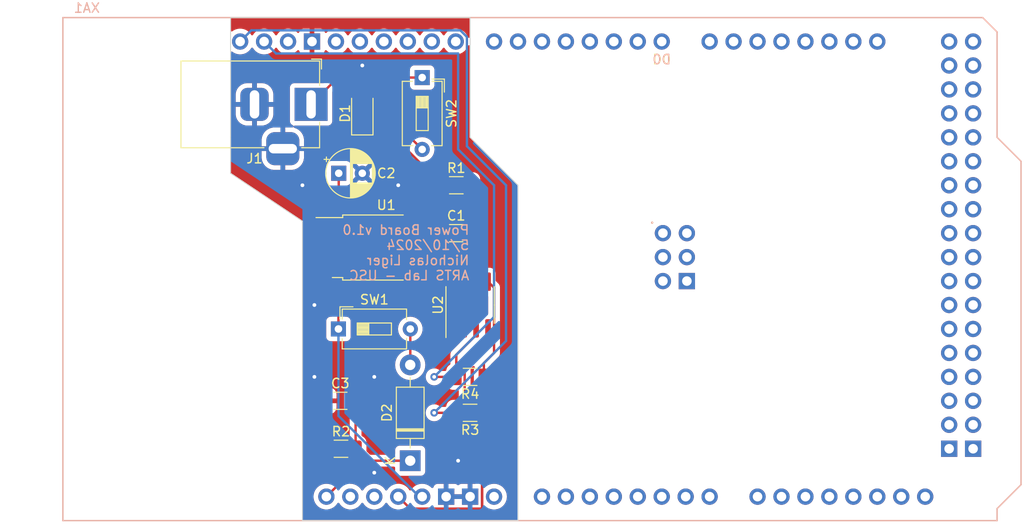
<source format=kicad_pcb>
(kicad_pcb (version 20221018) (generator pcbnew)
  (layers (0 "F.Cu" signal) (31 "B.Cu" signal) (34 "B.Paste" user) (35 "F.Paste" user) (36 "B.SilkS" user "B.Silkscreen") (37 "F.SilkS" user "F.Silkscreen") (38 "B.Mask" user) (39 "F.Mask" user) (44 "Edge.Cuts" user))
  (net 0 "")
  (net 1 "Net-(D1-K)")
  (net 2 "Net-(U1-VI)")
  (net 3 "GND")
  (net 4 "Net-(D2-K)")
  (net 5 "Net-(D1-A)")
  (net 6 "Net-(D2-A)")
  (net 7 "Net-(J1-Pad1)")
  (net 8 "Net-(U2-VS)")
  (net 9 "Net-(U2-SCL)")
  (net 10 "Net-(U1-VO)")
  (net 95 "Net-(U2-SDA)")
  (footprint "Resistor_SMD:R_1206_3216Metric" (layer "F.Cu") (at 142.24 100.33 180)
    (fp_text reference "R3" (at 0 -1.82) (layer "F.SilkS"))
    (fp_text value "4.7k")
    (fp_line (start -0.727064 -0.91) (end 0.727064 -0.91) (stroke (width 0.12)) (layer "F.SilkS"))
    (fp_line (start -0.727064 0.91) (end 0.727064 0.91) (stroke (width 0.12)) (layer "F.SilkS"))
    (pad "1" smd roundrect (at -1.4625 0 180) (size 1.125 1.75) (layers "F.Cu" "F.Paste" "F.Mask") (roundrect_rratio 0.222222) (net 8 "Net-(U2-VS)"))
    (pad "2" smd roundrect (at 1.4625 0 180) (size 1.125 1.75) (layers "F.Cu" "F.Paste" "F.Mask") (roundrect_rratio 0.222222) (net 9 "Net-(U2-SCL)"))
  )
  (footprint "PCM_arduino-library:Arduino_Mega2560_R3_Shield" (layer "F.Cu") (at 99.06 111.76)
    (fp_text reference "XA1" (at 2.54 -54.356) (layer "B.SilkS") (effects (justify mirror)))
    (fp_text value "Arduino_Mega2560_Shield")
    (fp_text user "D0" (at 63.5 -48.895 unlocked) (layer "B.SilkS") (effects (justify mirror)))
    (fp_text user "." (at 62.484 -32.004) (layer "B.SilkS"))
    (fp_text user "." (at 62.484 -32.004) (layer "F.SilkS"))
    (fp_text user "D0" (at 63.5 -48.895 unlocked) (layer "F.SilkS"))
    (fp_line (start 0 -53.34) (end 0 0) (stroke (width 0.15)) (layer "B.SilkS"))
    (fp_line (start 0 -53.34) (end 97.536 -53.34) (stroke (width 0.15)) (layer "B.SilkS"))
    (fp_line (start 0 0) (end 99.06 0) (stroke (width 0.15)) (layer "B.SilkS"))
    (fp_line (start 97.536 -53.34) (end 99.06 -51.816) (stroke (width 0.15)) (layer "B.SilkS"))
    (fp_line (start 99.06 -40.64) (end 99.06 -51.816) (stroke (width 0.15)) (layer "B.SilkS"))
    (fp_line (start 99.06 -1.27) (end 101.6 -3.81) (stroke (width 0.15)) (layer "B.SilkS"))
    (fp_line (start 99.06 0) (end 99.06 -1.27) (stroke (width 0.15)) (layer "B.SilkS"))
    (fp_line (start 101.6 -38.1) (end 99.06 -40.64) (stroke (width 0.15)) (layer "B.SilkS"))
    (fp_line (start 101.6 -3.81) (end 101.6 -38.1) (stroke (width 0.15)) (layer "B.SilkS"))
    (pad "" np_thru_hole circle (at 13.97 -2.54) (size 3.2 3.2) (drill 3.2) (layers "*.Cu" "*.Mask"))
    (pad "" np_thru_hole circle (at 15.24 -50.8) (size 3.2 3.2) (drill 3.2) (layers "*.Cu" "*.Mask"))
    (pad "" np_thru_hole circle (at 66.04 -35.56) (size 3.2 3.2) (drill 3.2) (layers "*.Cu" "*.Mask"))
    (pad "" np_thru_hole circle (at 66.04 -7.62) (size 3.2 3.2) (drill 3.2) (layers "*.Cu" "*.Mask"))
    (pad "" np_thru_hole circle (at 90.17 -50.8) (size 3.2 3.2) (drill 3.2) (layers "*.Cu" "*.Mask"))
    (pad "" np_thru_hole circle (at 96.52 -2.54) (size 3.2 3.2) (drill 3.2) (layers "*.Cu" "*.Mask"))
    (pad "3V3" thru_hole oval (at 35.56 -2.54) (size 1.7272 1.7272) (drill 1.016) (layers "*.Cu" "*.Mask") (net 8 "Net-(U2-VS)"))
    (pad "5V1" thru_hole oval (at 38.1 -2.54) (size 1.7272 1.7272) (drill 1.016) (layers "*.Cu" "*.Mask") (net 10 "Net-(U1-VO)"))
    (pad "5V2" thru_hole oval (at 66.167 -30.48) (size 1.7272 1.7272) (drill 1.016) (layers "*.Cu" "*.Mask"))
    (pad "5V3" thru_hole oval (at 93.98 -50.8) (size 1.7272 1.7272) (drill 1.016) (layers "*.Cu" "*.Mask"))
    (pad "5V4" thru_hole oval (at 96.52 -50.8) (size 1.7272 1.7272) (drill 1.016) (layers "*.Cu" "*.Mask"))
    (pad "A0" thru_hole oval (at 50.8 -2.54) (size 1.7272 1.7272) (drill 1.016) (layers "*.Cu" "*.Mask"))
    (pad "A1" thru_hole oval (at 53.34 -2.54) (size 1.7272 1.7272) (drill 1.016) (layers "*.Cu" "*.Mask"))
    (pad "A2" thru_hole oval (at 55.88 -2.54) (size 1.7272 1.7272) (drill 1.016) (layers "*.Cu" "*.Mask"))
    (pad "A3" thru_hole oval (at 58.42 -2.54) (size 1.7272 1.7272) (drill 1.016) (layers "*.Cu" "*.Mask"))
    (pad "A4" thru_hole oval (at 60.96 -2.54) (size 1.7272 1.7272) (drill 1.016) (layers "*.Cu" "*.Mask"))
    (pad "A5" thru_hole oval (at 63.5 -2.54) (size 1.7272 1.7272) (drill 1.016) (layers "*.Cu" "*.Mask"))
    (pad "A6" thru_hole oval (at 66.04 -2.54) (size 1.7272 1.7272) (drill 1.016) (layers "*.Cu" "*.Mask"))
    (pad "A7" thru_hole oval (at 68.58 -2.54) (size 1.7272 1.7272) (drill 1.016) (layers "*.Cu" "*.Mask"))
    (pad "A8" thru_hole oval (at 73.66 -2.54) (size 1.7272 1.7272) (drill 1.016) (layers "*.Cu" "*.Mask"))
    (pad "A9" thru_hole oval (at 76.2 -2.54) (size 1.7272 1.7272) (drill 1.016) (layers "*.Cu" "*.Mask"))
    (pad "A10" thru_hole oval (at 78.74 -2.54) (size 1.7272 1.7272) (drill 1.016) (layers "*.Cu" "*.Mask"))
    (pad "A11" thru_hole oval (at 81.28 -2.54) (size 1.7272 1.7272) (drill 1.016) (layers "*.Cu" "*.Mask"))
    (pad "A12" thru_hole oval (at 83.82 -2.54) (size 1.7272 1.7272) (drill 1.016) (layers "*.Cu" "*.Mask"))
    (pad "A13" thru_hole oval (at 86.36 -2.54) (size 1.7272 1.7272) (drill 1.016) (layers "*.Cu" "*.Mask"))
    (pad "A14" thru_hole oval (at 88.9 -2.54) (size 1.7272 1.7272) (drill 1.016) (layers "*.Cu" "*.Mask"))
    (pad "A15" thru_hole oval (at 91.44 -2.54) (size 1.7272 1.7272) (drill 1.016) (layers "*.Cu" "*.Mask"))
    (pad "AREF" thru_hole oval (at 23.876 -50.8) (size 1.7272 1.7272) (drill 1.016) (layers "*.Cu" "*.Mask"))
    (pad "D0" thru_hole oval (at 63.5 -50.8) (size 1.7272 1.7272) (drill 1.016) (layers "*.Cu" "*.Mask"))
    (pad "D1" thru_hole oval (at 60.96 -50.8) (size 1.7272 1.7272) (drill 1.016) (layers "*.Cu" "*.Mask"))
    (pad "D2" thru_hole oval (at 58.42 -50.8) (size 1.7272 1.7272) (drill 1.016) (layers "*.Cu" "*.Mask"))
    (pad "D3" thru_hole oval (at 55.88 -50.8) (size 1.7272 1.7272) (drill 1.016) (layers "*.Cu" "*.Mask"))
    (pad "D4" thru_hole oval (at 53.34 -50.8) (size 1.7272 1.7272) (drill 1.016) (layers "*.Cu" "*.Mask"))
    (pad "D5" thru_hole oval (at 50.8 -50.8) (size 1.7272 1.7272) (drill 1.016) (layers "*.Cu" "*.Mask"))
    (pad "D6" thru_hole oval (at 48.26 -50.8) (size 1.7272 1.7272) (drill 1.016) (layers "*.Cu" "*.Mask"))
    (pad "D7" thru_hole oval (at 45.72 -50.8) (size 1.7272 1.7272) (drill 1.016) (layers "*.Cu" "*.Mask"))
    (pad "D8" thru_hole oval (at 41.656 -50.8) (size 1.7272 1.7272) (drill 1.016) (layers "*.Cu" "*.Mask"))
    (pad "D9" thru_hole oval (at 39.116 -50.8) (size 1.7272 1.7272) (drill 1.016) (layers "*.Cu" "*.Mask"))
    (pad "D10" thru_hole oval (at 36.576 -50.8) (size 1.7272 1.7272) (drill 1.016) (layers "*.Cu" "*.Mask"))
    (pad "D11" thru_hole oval (at 34.036 -50.8) (size 1.7272 1.7272) (drill 1.016) (layers "*.Cu" "*.Mask"))
    (pad "D12" thru_hole oval (at 31.496 -50.8) (size 1.7272 1.7272) (drill 1.016) (layers "*.Cu" "*.Mask"))
    (pad "D13" thru_hole oval (at 28.956 -50.8) (size 1.7272 1.7272) (drill 1.016) (layers "*.Cu" "*.Mask"))
    (pad "D14" thru_hole oval (at 68.58 -50.8) (size 1.7272 1.7272) (drill 1.016) (layers "*.Cu" "*.Mask"))
    (pad "D15" thru_hole oval (at 71.12 -50.8) (size 1.7272 1.7272) (drill 1.016) (layers "*.Cu" "*.Mask"))
    (pad "D16" thru_hole oval (at 73.66 -50.8) (size 1.7272 1.7272) (drill 1.016) (layers "*.Cu" "*.Mask"))
    (pad "D17" thru_hole oval (at 76.2 -50.8) (size 1.7272 1.7272) (drill 1.016) (layers "*.Cu" "*.Mask"))
    (pad "D18" thru_hole oval (at 78.74 -50.8) (size 1.7272 1.7272) (drill 1.016) (layers "*.Cu" "*.Mask"))
    (pad "D19" thru_hole oval (at 81.28 -50.8) (size 1.7272 1.7272) (drill 1.016) (layers "*.Cu" "*.Mask"))
    (pad "D20" thru_hole oval (at 83.82 -50.8) (size 1.7272 1.7272) (drill 1.016) (layers "*.Cu" "*.Mask"))
    (pad "D21" thru_hole oval (at 86.36 -50.8) (size 1.7272 1.7272) (drill 1.016) (layers "*.Cu" "*.Mask"))
    (pad "D22" thru_hole oval (at 93.98 -48.26) (size 1.7272 1.7272) (drill 1.016) (layers "*.Cu" "*.Mask"))
    (pad "D23" thru_hole oval (at 96.52 -48.26) (size 1.7272 1.7272) (drill 1.016) (layers "*.Cu" "*.Mask"))
    (pad "D24" thru_hole oval (at 93.98 -45.72) (size 1.7272 1.7272) (drill 1.016) (layers "*.Cu" "*.Mask"))
    (pad "D25" thru_hole oval (at 96.52 -45.72) (size 1.7272 1.7272) (drill 1.016) (layers "*.Cu" "*.Mask"))
    (pad "D26" thru_hole oval (at 93.98 -43.18) (size 1.7272 1.7272) (drill 1.016) (layers "*.Cu" "*.Mask"))
    (pad "D27" thru_hole oval (at 96.52 -43.18) (size 1.7272 1.7272) (drill 1.016) (layers "*.Cu" "*.Mask"))
    (pad "D28" thru_hole oval (at 93.98 -40.64) (size 1.7272 1.7272) (drill 1.016) (layers "*.Cu" "*.Mask"))
    (pad "D29" thru_hole oval (at 96.52 -40.64) (size 1.7272 1.7272) (drill 1.016) (layers "*.Cu" "*.Mask"))
    (pad "D30" thru_hole oval (at 93.98 -38.1) (size 1.7272 1.7272) (drill 1.016) (layers "*.Cu" "*.Mask"))
    (pad "D31" thru_hole oval (at 96.52 -38.1) (size 1.7272 1.7272) (drill 1.016) (layers "*.Cu" "*.Mask"))
    (pad "D32" thru_hole oval (at 93.98 -35.56) (size 1.7272 1.7272) (drill 1.016) (layers "*.Cu" "*.Mask"))
    (pad "D33" thru_hole oval (at 96.52 -35.56) (size 1.7272 1.7272) (drill 1.016) (layers "*.Cu" "*.Mask"))
    (pad "D34" thru_hole oval (at 93.98 -33.02) (size 1.7272 1.7272) (drill 1.016) (layers "*.Cu" "*.Mask"))
    (pad "D35" thru_hole oval (at 96.52 -33.02) (size 1.7272 1.7272) (drill 1.016) (layers "*.Cu" "*.Mask"))
    (pad "D36" thru_hole oval (at 93.98 -30.48) (size 1.7272 1.7272) (drill 1.016) (layers "*.Cu" "*.Mask"))
    (pad "D37" thru_hole oval (at 96.52 -30.48) (size 1.7272 1.7272) (drill 1.016) (layers "*.Cu" "*.Mask"))
    (pad "D38" thru_hole oval (at 93.98 -27.94) (size 1.7272 1.7272) (drill 1.016) (layers "*.Cu" "*.Mask"))
    (pad "D39" thru_hole oval (at 96.52 -27.94) (size 1.7272 1.7272) (drill 1.016) (layers "*.Cu" "*.Mask"))
    (pad "D40" thru_hole oval (at 93.98 -25.4) (size 1.7272 1.7272) (drill 1.016) (layers "*.Cu" "*.Mask"))
    (pad "D41" thru_hole oval (at 96.52 -25.4) (size 1.7272 1.7272) (drill 1.016) (layers "*.Cu" "*.Mask"))
    (pad "D42" thru_hole oval (at 93.98 -22.86) (size 1.7272 1.7272) (drill 1.016) (layers "*.Cu" "*.Mask"))
    (pad "D43" thru_hole oval (at 96.52 -22.86) (size 1.7272 1.7272) (drill 1.016) (layers "*.Cu" "*.Mask"))
    (pad "D44" thru_hole oval (at 93.98 -20.32) (size 1.7272 1.7272) (drill 1.016) (layers "*.Cu" "*.Mask"))
    (pad "D45" thru_hole oval (at 96.52 -20.32) (size 1.7272 1.7272) (drill 1.016) (layers "*.Cu" "*.Mask"))
    (pad "D46" thru_hole oval (at 93.98 -17.78) (size 1.7272 1.7272) (drill 1.016) (layers "*.Cu" "*.Mask"))
    (pad "D47" thru_hole oval (at 96.52 -17.78) (size 1.7272 1.7272) (drill 1.016) (layers "*.Cu" "*.Mask"))
    (pad "D48" thru_hole oval (at 93.98 -15.24) (size 1.7272 1.7272) (drill 1.016) (layers "*.Cu" "*.Mask"))
    (pad "D49" thru_hole oval (at 96.52 -15.24) (size 1.7272 1.7272) (drill 1.016) (layers "*.Cu" "*.Mask"))
    (pad "D50" thru_hole oval (at 93.98 -12.7) (size 1.7272 1.7272) (drill 1.016) (layers "*.Cu" "*.Mask"))
    (pad "D51" thru_hole oval (at 96.52 -12.7) (size 1.7272 1.7272) (drill 1.016) (layers "*.Cu" "*.Mask"))
    (pad "D52" thru_hole oval (at 93.98 -10.16) (size 1.7272 1.7272) (drill 1.016) (layers "*.Cu" "*.Mask"))
    (pad "D53" thru_hole oval (at 96.52 -10.16) (size 1.7272 1.7272) (drill 1.016) (layers "*.Cu" "*.Mask"))
    (pad "GND1" thru_hole rect (at 26.416 -50.8) (size 1.7272 1.7272) (drill 1.016) (layers "*.Cu" "*.Mask") (net 3 "GND"))
    (pad "GND2" thru_hole rect (at 40.64 -2.54) (size 1.7272 1.7272) (drill 1.016) (layers "*.Cu" "*.Mask") (net 3 "GND"))
    (pad "GND3" thru_hole rect (at 43.18 -2.54) (size 1.7272 1.7272) (drill 1.016) (layers "*.Cu" "*.Mask") (net 3 "GND"))
    (pad "GND4" thru_hole rect (at 66.167 -25.4) (size 1.7272 1.7272) (drill 1.016) (layers "*.Cu" "*.Mask"))
    (pad "GND5" thru_hole rect (at 93.98 -7.62) (size 1.7272 1.7272) (drill 1.016) (layers "*.Cu" "*.Mask") (net 3 "GND"))
    (pad "GND6" thru_hole rect (at 96.52 -7.62) (size 1.7272 1.7272) (drill 1.016) (layers "*.Cu" "*.Mask") (net 3 "GND"))
    (pad "IORF" thru_hole oval (at 30.48 -2.54) (size 1.7272 1.7272) (drill 1.016) (layers "*.Cu" "*.Mask"))
    (pad "MISO" thru_hole oval (at 63.627 -30.48) (size 1.7272 1.7272) (drill 1.016) (layers "*.Cu" "*.Mask"))
    (pad "MOSI" thru_hole oval (at 66.167 -27.94) (size 1.7272 1.7272) (drill 1.016) (layers "*.Cu" "*.Mask"))
    (pad "RST1" thru_hole oval (at 33.02 -2.54) (size 1.7272 1.7272) (drill 1.016) (layers "*.Cu" "*.Mask"))
    (pad "RST2" thru_hole oval (at 63.627 -25.4) (size 1.7272 1.7272) (drill 1.016) (layers "*.Cu" "*.Mask"))
    (pad "SCK" thru_hole oval (at 63.627 -27.94) (size 1.7272 1.7272) (drill 1.016) (layers "*.Cu" "*.Mask"))
    (pad "SCL" thru_hole oval (at 18.796 -50.8) (size 1.7272 1.7272) (drill 1.016) (layers "*.Cu" "*.Mask") (net 9 "Net-(U2-SCL)"))
    (pad "SDA" thru_hole oval (at 21.336 -50.8) (size 1.7272 1.7272) (drill 1.016) (layers "*.Cu" "*.Mask") (net 95 "Net-(U2-SDA)"))
    (pad "VBAT" thru_hole oval (at 27.94 -2.54) (size 1.7272 1.7272) (drill 1.016) (layers "*.Cu" "*.Mask") (net 4 "Net-(D2-K)"))
    (pad "VIN" thru_hole oval (at 45.72 -2.54) (size 1.7272 1.7272) (drill 1.016) (layers "*.Cu" "*.Mask"))
  )
  (footprint "Resistor_SMD:R_1206_3216Metric" (layer "F.Cu") (at 142.24 96.52 180)
    (fp_text reference "R4" (at 0 -1.82) (layer "F.SilkS"))
    (fp_text value "4.7k")
    (fp_line (start -0.727064 -0.91) (end 0.727064 -0.91) (stroke (width 0.12)) (layer "F.SilkS"))
    (fp_line (start -0.727064 0.91) (end 0.727064 0.91) (stroke (width 0.12)) (layer "F.SilkS"))
    (pad "1" smd roundrect (at -1.4625 0 180) (size 1.125 1.75) (layers "F.Cu" "F.Paste" "F.Mask") (roundrect_rratio 0.222222) (net 8 "Net-(U2-VS)"))
    (pad "2" smd roundrect (at 1.4625 0 180) (size 1.125 1.75) (layers "F.Cu" "F.Paste" "F.Mask") (roundrect_rratio 0.222222) (net 95 "Net-(U2-SDA)"))
  )
  (footprint "Button_Switch_THT:SW_DIP_SPSTx01_Slide_6.7x4.1mm_W7.62mm_P2.54mm_LowProfile" (layer "F.Cu") (at 128.28 91.44)
    (fp_text reference "SW1" (at 3.81 -3.11) (layer "F.SilkS"))
    (fp_text value "SW_DIP_x01")
    (fp_line (start 0.16 -2.35) (end 0.16 -1.04) (stroke (width 0.12)) (layer "F.SilkS"))
    (fp_line (start 0.16 -2.35) (end 1.543 -2.35) (stroke (width 0.12)) (layer "F.SilkS"))
    (fp_line (start 0.4 -2.11) (end 0.4 -1.04) (stroke (width 0.12)) (layer "F.SilkS"))
    (fp_line (start 0.4 -2.11) (end 7.221 -2.11) (stroke (width 0.12)) (layer "F.SilkS"))
    (fp_line (start 0.4 1.04) (end 0.4 2.11) (stroke (width 0.12)) (layer "F.SilkS"))
    (fp_line (start 0.4 2.11) (end 7.221 2.11) (stroke (width 0.12)) (layer "F.SilkS"))
    (fp_line (start 2 -0.635) (end 2 0.635) (stroke (width 0.12)) (layer "F.SilkS"))
    (fp_line (start 2 -0.515) (end 3.206667 -0.515) (stroke (width 0.12)) (layer "F.SilkS"))
    (fp_line (start 2 -0.395) (end 3.206667 -0.395) (stroke (width 0.12)) (layer "F.SilkS"))
    (fp_line (start 2 -0.275) (end 3.206667 -0.275) (stroke (width 0.12)) (layer "F.SilkS"))
    (fp_line (start 2 -0.155) (end 3.206667 -0.155) (stroke (width 0.12)) (layer "F.SilkS"))
    (fp_line (start 2 -0.035) (end 3.206667 -0.035) (stroke (width 0.12)) (layer "F.SilkS"))
    (fp_line (start 2 0.085) (end 3.206667 0.085) (stroke (width 0.12)) (layer "F.SilkS"))
    (fp_line (start 2 0.205) (end 3.206667 0.205) (stroke (width 0.12)) (layer "F.SilkS"))
    (fp_line (start 2 0.325) (end 3.206667 0.325) (stroke (width 0.12)) (layer "F.SilkS"))
    (fp_line (start 2 0.445) (end 3.206667 0.445) (stroke (width 0.12)) (layer "F.SilkS"))
    (fp_line (start 2 0.565) (end 3.206667 0.565) (stroke (width 0.12)) (layer "F.SilkS"))
    (fp_line (start 2 0.635) (end 5.62 0.635) (stroke (width 0.12)) (layer "F.SilkS"))
    (fp_line (start 3.206667 -0.635) (end 3.206667 0.635) (stroke (width 0.12)) (layer "F.SilkS"))
    (fp_line (start 5.62 -0.635) (end 2 -0.635) (stroke (width 0.12)) (layer "F.SilkS"))
    (fp_line (start 5.62 0.635) (end 5.62 -0.635) (stroke (width 0.12)) (layer "F.SilkS"))
    (fp_line (start 7.221 -2.11) (end 7.221 -0.99) (stroke (width 0.12)) (layer "F.SilkS"))
    (fp_line (start 7.221 0.99) (end 7.221 2.11) (stroke (width 0.12)) (layer "F.SilkS"))
    (pad "1" thru_hole rect (at 0 0) (size 1.6 1.6) (drill 0.8) (layers "*.Cu" "*.Mask") (net 10 "Net-(U1-VO)"))
    (pad "2" thru_hole oval (at 7.62 0) (size 1.6 1.6) (drill 0.8) (layers "*.Cu" "*.Mask") (net 6 "Net-(D2-A)"))
  )
  (footprint "Package_TO_SOT_SMD:TO-252-2" (layer "F.Cu") (at 132.04 82.805)
    (fp_text reference "U1" (at 1.31 -4.5) (layer "F.SilkS"))
    (fp_text value "LF15_TO252")
    (fp_line (start -3.31 -3.45) (end -3.31 -3.18) (stroke (width 0.12)) (layer "F.SilkS"))
    (fp_line (start -3.31 -3.18) (end -6.14 -3.18) (stroke (width 0.12)) (layer "F.SilkS"))
    (fp_line (start -3.31 3.18) (end -4.41 3.18) (stroke (width 0.12)) (layer "F.SilkS"))
    (fp_line (start -3.31 3.45) (end -3.31 3.18) (stroke (width 0.12)) (layer "F.SilkS"))
    (fp_line (start 3.11 -3.45) (end -3.31 -3.45) (stroke (width 0.12)) (layer "F.SilkS"))
    (fp_line (start 3.11 3.45) (end -3.31 3.45) (stroke (width 0.12)) (layer "F.SilkS"))
    (pad "1" smd roundrect (at -5.04 -2.28) (size 2.2 1.2) (layers "F.Cu" "F.Paste" "F.Mask") (roundrect_rratio 0.208333) (net 2 "Net-(U1-VI)"))
    (pad "2" smd roundrect (at -0.415 -1.525) (size 3.05 2.75) (layers "F.Cu" "F.Paste") (roundrect_rratio 0.090909) (net 3 "GND"))
    (pad "2" smd roundrect (at -0.415 1.525) (size 3.05 2.75) (layers "F.Cu" "F.Paste") (roundrect_rratio 0.090909) (net 3 "GND"))
    (pad "2" smd roundrect (at 1.26 0) (size 6.4 5.8) (layers "F.Cu" "F.Mask") (roundrect_rratio 0.043103) (net 3 "GND"))
    (pad "2" smd roundrect (at 2.935 -1.525) (size 3.05 2.75) (layers "F.Cu" "F.Paste") (roundrect_rratio 0.090909) (net 3 "GND"))
    (pad "2" smd roundrect (at 2.935 1.525) (size 3.05 2.75) (layers "F.Cu" "F.Paste") (roundrect_rratio 0.090909) (net 3 "GND"))
    (pad "3" smd roundrect (at -5.04 2.28) (size 2.2 1.2) (layers "F.Cu" "F.Paste" "F.Mask") (roundrect_rratio 0.208333) (net 10 "Net-(U1-VO)"))
  )
  (footprint "Package_SO:SOIC-8_3.9x4.9mm_P1.27mm" (layer "F.Cu") (at 142.24 88.9 90)
    (fp_text reference "U2" (at 0 -3.4 90) (layer "F.SilkS"))
    (fp_text value "INA219A")
    (fp_line (start 0 -2.56) (end -3.45 -2.56) (stroke (width 0.12)) (layer "F.SilkS"))
    (fp_line (start 0 -2.56) (end 1.95 -2.56) (stroke (width 0.12)) (layer "F.SilkS"))
    (fp_line (start 0 2.56) (end -1.95 2.56) (stroke (width 0.12)) (layer "F.SilkS"))
    (fp_line (start 0 2.56) (end 1.95 2.56) (stroke (width 0.12)) (layer "F.SilkS"))
    (pad "1" smd roundrect (at -2.475 -1.905 90) (size 1.95 0.6) (layers "F.Cu" "F.Paste" "F.Mask"))
    (pad "2" smd roundrect (at -2.475 -0.635 90) (size 1.95 0.6) (layers "F.Cu" "F.Paste" "F.Mask"))
    (pad "3" smd roundrect (at -2.475 0.635 90) (size 1.95 0.6) (layers "F.Cu" "F.Paste" "F.Mask") (net 95 "Net-(U2-SDA)"))
    (pad "4" smd roundrect (at -2.475 1.905 90) (size 1.95 0.6) (layers "F.Cu" "F.Paste" "F.Mask") (net 9 "Net-(U2-SCL)"))
    (pad "5" smd roundrect (at 2.475 1.905 90) (size 1.95 0.6) (layers "F.Cu" "F.Paste" "F.Mask") (net 8 "Net-(U2-VS)"))
    (pad "6" smd roundrect (at 2.475 0.635 90) (size 1.95 0.6) (layers "F.Cu" "F.Paste" "F.Mask") (net 3 "GND"))
    (pad "7" smd roundrect (at 2.475 -0.635 90) (size 1.95 0.6) (layers "F.Cu" "F.Paste" "F.Mask") (net 2 "Net-(U1-VI)"))
    (pad "8" smd roundrect (at 2.475 -1.905 90) (size 1.95 0.6) (layers "F.Cu" "F.Paste" "F.Mask") (net 1 "Net-(D1-K)"))
  )
  (footprint "Capacitor_SMD:C_1206_3216Metric" (layer "F.Cu") (at 140.765 81.28)
    (fp_text reference "C1" (at 0 -1.85) (layer "F.SilkS"))
    (fp_text value "0.1 μF")
    (fp_line (start -0.711252 -0.91) (end 0.711252 -0.91) (stroke (width 0.12)) (layer "F.SilkS"))
    (fp_line (start -0.711252 0.91) (end 0.711252 0.91) (stroke (width 0.12)) (layer "F.SilkS"))
    (pad "1" smd roundrect (at -1.475 0) (size 1.15 1.8) (layers "F.Cu" "F.Paste" "F.Mask") (roundrect_rratio 0.217391) (net 1 "Net-(D1-K)"))
    (pad "2" smd roundrect (at 1.475 0) (size 1.15 1.8) (layers "F.Cu" "F.Paste" "F.Mask") (roundrect_rratio 0.217391) (net 2 "Net-(U1-VI)"))
  )
  (footprint "Capacitor_SMD:C_1206_3216Metric" (layer "F.Cu") (at 128.475 99.06)
    (fp_text reference "C3" (at 0 -1.85) (layer "F.SilkS"))
    (fp_text value "22 μF")
    (fp_line (start -0.711252 -0.91) (end 0.711252 -0.91) (stroke (width 0.12)) (layer "F.SilkS"))
    (fp_line (start -0.711252 0.91) (end 0.711252 0.91) (stroke (width 0.12)) (layer "F.SilkS"))
    (pad "1" smd roundrect (at -1.475 0) (size 1.15 1.8) (layers "F.Cu" "F.Paste" "F.Mask") (roundrect_rratio 0.217391) (net 3 "GND"))
    (pad "2" smd roundrect (at 1.475 0) (size 1.15 1.8) (layers "F.Cu" "F.Paste" "F.Mask") (roundrect_rratio 0.217391) (net 4 "Net-(D2-K)"))
  )
  (footprint "Diode_SMD:D_1206_3216Metric" (layer "F.Cu") (at 130.81 68.58 90)
    (fp_text reference "D1" (at 0 -1.82 90) (layer "F.SilkS"))
    (fp_text value "16-7")
    (fp_line (start -2.285 -1.135) (end -2.285 1.135) (stroke (width 0.12)) (layer "F.SilkS"))
    (fp_line (start -2.285 1.135) (end 1.6 1.135) (stroke (width 0.12)) (layer "F.SilkS"))
    (fp_line (start 1.6 -1.135) (end -2.285 -1.135) (stroke (width 0.12)) (layer "F.SilkS"))
    (pad "1" smd roundrect (at -1.4 0 90) (size 1.25 1.75) (layers "F.Cu" "F.Paste" "F.Mask") (roundrect_rratio 0.2) (net 1 "Net-(D1-K)"))
    (pad "2" smd roundrect (at 1.4 0 90) (size 1.25 1.75) (layers "F.Cu" "F.Paste" "F.Mask") (roundrect_rratio 0.2) (net 5 "Net-(D1-A)"))
  )
  (footprint "Connector_BarrelJack:BarrelJack_Horizontal" (layer "F.Cu") (at 125.38 67.6225)
    (fp_text reference "J1" (at -6 5.75) (layer "F.SilkS"))
    (fp_text value "Barrel_Jack")
    (fp_line (start -13.8 -4.6) (end 0.9 -4.6) (stroke (width 0.12)) (layer "F.SilkS"))
    (fp_line (start -13.8 4.6) (end -13.8 -4.6) (stroke (width 0.12)) (layer "F.SilkS"))
    (fp_line (start -5 4.6) (end -13.8 4.6) (stroke (width 0.12)) (layer "F.SilkS"))
    (fp_line (start 0.05 -4.8) (end 1.1 -4.8) (stroke (width 0.12)) (layer "F.SilkS"))
    (fp_line (start 0.9 -4.6) (end 0.9 -2) (stroke (width 0.12)) (layer "F.SilkS"))
    (fp_line (start 0.9 1.9) (end 0.9 4.6) (stroke (width 0.12)) (layer "F.SilkS"))
    (fp_line (start 0.9 4.6) (end -1 4.6) (stroke (width 0.12)) (layer "F.SilkS"))
    (fp_line (start 1.1 -3.75) (end 1.1 -4.8) (stroke (width 0.12)) (layer "F.SilkS"))
    (pad "1" thru_hole rect (at 0 0) (size 3.5 3.5) (drill oval 1 3) (layers "*.Cu" "*.Mask") (net 7 "Net-(J1-Pad1)"))
    (pad "2" thru_hole roundrect (at -6 0) (size 3 3.5) (drill oval 1 3) (layers "*.Cu" "*.Mask") (net 3 "GND"))
    (pad "3" thru_hole roundrect (at -3 4.7) (size 3.5 3.5) (drill oval 3 1) (layers "*.Cu" "*.Mask") (net 3 "GND"))
  )
  (footprint "Button_Switch_THT:SW_DIP_SPSTx01_Slide_6.7x4.1mm_W7.62mm_P2.54mm_LowProfile" (layer "F.Cu") (at 137.16 64.78 -90)
    (fp_text reference "SW2" (at 3.81 -3.11 90) (layer "F.SilkS"))
    (fp_text value "SW_DIP_x01")
    (fp_line (start 0.16 -2.35) (end 0.16 -1.04) (stroke (width 0.12)) (layer "F.SilkS"))
    (fp_line (start 0.16 -2.35) (end 1.543 -2.35) (stroke (width 0.12)) (layer "F.SilkS"))
    (fp_line (start 0.4 -2.11) (end 0.4 -1.04) (stroke (width 0.12)) (layer "F.SilkS"))
    (fp_line (start 0.4 -2.11) (end 7.221 -2.11) (stroke (width 0.12)) (layer "F.SilkS"))
    (fp_line (start 0.4 1.04) (end 0.4 2.11) (stroke (width 0.12)) (layer "F.SilkS"))
    (fp_line (start 0.4 2.11) (end 7.221 2.11) (stroke (width 0.12)) (layer "F.SilkS"))
    (fp_line (start 2 -0.635) (end 2 0.635) (stroke (width 0.12)) (layer "F.SilkS"))
    (fp_line (start 2 -0.515) (end 3.206667 -0.515) (stroke (width 0.12)) (layer "F.SilkS"))
    (fp_line (start 2 -0.395) (end 3.206667 -0.395) (stroke (width 0.12)) (layer "F.SilkS"))
    (fp_line (start 2 -0.275) (end 3.206667 -0.275) (stroke (width 0.12)) (layer "F.SilkS"))
    (fp_line (start 2 -0.155) (end 3.206667 -0.155) (stroke (width 0.12)) (layer "F.SilkS"))
    (fp_line (start 2 -0.035) (end 3.206667 -0.035) (stroke (width 0.12)) (layer "F.SilkS"))
    (fp_line (start 2 0.085) (end 3.206667 0.085) (stroke (width 0.12)) (layer "F.SilkS"))
    (fp_line (start 2 0.205) (end 3.206667 0.205) (stroke (width 0.12)) (layer "F.SilkS"))
    (fp_line (start 2 0.325) (end 3.206667 0.325) (stroke (width 0.12)) (layer "F.SilkS"))
    (fp_line (start 2 0.445) (end 3.206667 0.445) (stroke (width 0.12)) (layer "F.SilkS"))
    (fp_line (start 2 0.565) (end 3.206667 0.565) (stroke (width 0.12)) (layer "F.SilkS"))
    (fp_line (start 2 0.635) (end 5.62 0.635) (stroke (width 0.12)) (layer "F.SilkS"))
    (fp_line (start 3.206667 -0.635) (end 3.206667 0.635) (stroke (width 0.12)) (layer "F.SilkS"))
    (fp_line (start 5.62 -0.635) (end 2 -0.635) (stroke (width 0.12)) (layer "F.SilkS"))
    (fp_line (start 5.62 0.635) (end 5.62 -0.635) (stroke (width 0.12)) (layer "F.SilkS"))
    (fp_line (start 7.221 -2.11) (end 7.221 -0.99) (stroke (width 0.12)) (layer "F.SilkS"))
    (fp_line (start 7.221 0.99) (end 7.221 2.11) (stroke (width 0.12)) (layer "F.SilkS"))
    (pad "1" thru_hole rect (at 0 0 270) (size 1.6 1.6) (drill 0.8) (layers "*.Cu" "*.Mask") (net 7 "Net-(J1-Pad1)"))
    (pad "2" thru_hole oval (at 7.62 0 270) (size 1.6 1.6) (drill 0.8) (layers "*.Cu" "*.Mask") (net 5 "Net-(D1-A)"))
  )
  (footprint "Resistor_SMD:R_1206_3216Metric_Pad1.30x1.75mm_HandSolder" (layer "F.Cu") (at 128.55 104.14)
    (fp_text reference "R2" (at 0 -1.82) (layer "F.SilkS"))
    (fp_text value "510")
    (fp_line (start -0.727064 -0.91) (end 0.727064 -0.91) (stroke (width 0.12)) (layer "F.SilkS"))
    (fp_line (start -0.727064 0.91) (end 0.727064 0.91) (stroke (width 0.12)) (layer "F.SilkS"))
    (pad "1" smd roundrect (at -1.55 0) (size 1.3 1.75) (layers "F.Cu" "F.Paste" "F.Mask") (roundrect_rratio 0.192308) (net 3 "GND"))
    (pad "2" smd roundrect (at 1.55 0) (size 1.3 1.75) (layers "F.Cu" "F.Paste" "F.Mask") (roundrect_rratio 0.192308) (net 4 "Net-(D2-K)"))
  )
  (footprint "Capacitor_THT:CP_Radial_D5.0mm_P2.50mm" (layer "F.Cu") (at 128.31 74.93)
    (fp_text reference "C2" (at 5.04 0) (layer "F.SilkS"))
    (fp_text value "C")
    (fp_line (start -1.554775 -1.475) (end -1.054775 -1.475) (stroke (width 0.12)) (layer "F.SilkS"))
    (fp_line (start -1.304775 -1.725) (end -1.304775 -1.225) (stroke (width 0.12)) (layer "F.SilkS"))
    (fp_line (start 1.25 -2.58) (end 1.25 2.58) (stroke (width 0.12)) (layer "F.SilkS"))
    (fp_line (start 1.29 -2.58) (end 1.29 2.58) (stroke (width 0.12)) (layer "F.SilkS"))
    (fp_line (start 1.33 -2.579) (end 1.33 2.579) (stroke (width 0.12)) (layer "F.SilkS"))
    (fp_line (start 1.37 -2.578) (end 1.37 2.578) (stroke (width 0.12)) (layer "F.SilkS"))
    (fp_line (start 1.41 -2.576) (end 1.41 2.576) (stroke (width 0.12)) (layer "F.SilkS"))
    (fp_line (start 1.45 -2.573) (end 1.45 2.573) (stroke (width 0.12)) (layer "F.SilkS"))
    (fp_line (start 1.49 -2.569) (end 1.49 -1.04) (stroke (width 0.12)) (layer "F.SilkS"))
    (fp_line (start 1.49 1.04) (end 1.49 2.569) (stroke (width 0.12)) (layer "F.SilkS"))
    (fp_line (start 1.53 -2.565) (end 1.53 -1.04) (stroke (width 0.12)) (layer "F.SilkS"))
    (fp_line (start 1.53 1.04) (end 1.53 2.565) (stroke (width 0.12)) (layer "F.SilkS"))
    (fp_line (start 1.57 -2.561) (end 1.57 -1.04) (stroke (width 0.12)) (layer "F.SilkS"))
    (fp_line (start 1.57 1.04) (end 1.57 2.561) (stroke (width 0.12)) (layer "F.SilkS"))
    (fp_line (start 1.61 -2.556) (end 1.61 -1.04) (stroke (width 0.12)) (layer "F.SilkS"))
    (fp_line (start 1.61 1.04) (end 1.61 2.556) (stroke (width 0.12)) (layer "F.SilkS"))
    (fp_line (start 1.65 -2.55) (end 1.65 -1.04) (stroke (width 0.12)) (layer "F.SilkS"))
    (fp_line (start 1.65 1.04) (end 1.65 2.55) (stroke (width 0.12)) (layer "F.SilkS"))
    (fp_line (start 1.69 -2.543) (end 1.69 -1.04) (stroke (width 0.12)) (layer "F.SilkS"))
    (fp_line (start 1.69 1.04) (end 1.69 2.543) (stroke (width 0.12)) (layer "F.SilkS"))
    (fp_line (start 1.73 -2.536) (end 1.73 -1.04) (stroke (width 0.12)) (layer "F.SilkS"))
    (fp_line (start 1.73 1.04) (end 1.73 2.536) (stroke (width 0.12)) (layer "F.SilkS"))
    (fp_line (start 1.77 -2.528) (end 1.77 -1.04) (stroke (width 0.12)) (layer "F.SilkS"))
    (fp_line (start 1.77 1.04) (end 1.77 2.528) (stroke (width 0.12)) (layer "F.SilkS"))
    (fp_line (start 1.81 -2.52) (end 1.81 -1.04) (stroke (width 0.12)) (layer "F.SilkS"))
    (fp_line (start 1.81 1.04) (end 1.81 2.52) (stroke (width 0.12)) (layer "F.SilkS"))
    (fp_line (start 1.85 -2.511) (end 1.85 -1.04) (stroke (width 0.12)) (layer "F.SilkS"))
    (fp_line (start 1.85 1.04) (end 1.85 2.511) (stroke (width 0.12)) (layer "F.SilkS"))
    (fp_line (start 1.89 -2.501) (end 1.89 -1.04) (stroke (width 0.12)) (layer "F.SilkS"))
    (fp_line (start 1.89 1.04) (end 1.89 2.501) (stroke (width 0.12)) (layer "F.SilkS"))
    (fp_line (start 1.93 -2.491) (end 1.93 -1.04) (stroke (width 0.12)) (layer "F.SilkS"))
    (fp_line (start 1.93 1.04) (end 1.93 2.491) (stroke (width 0.12)) (layer "F.SilkS"))
    (fp_line (start 1.971 -2.48) (end 1.971 -1.04) (stroke (width 0.12)) (layer "F.SilkS"))
    (fp_line (start 1.971 1.04) (end 1.971 2.48) (stroke (width 0.12)) (layer "F.SilkS"))
    (fp_line (start 2.011 -2.468) (end 2.011 -1.04) (stroke (width 0.12)) (layer "F.SilkS"))
    (fp_line (start 2.011 1.04) (end 2.011 2.468) (stroke (width 0.12)) (layer "F.SilkS"))
    (fp_line (start 2.051 -2.455) (end 2.051 -1.04) (stroke (width 0.12)) (layer "F.SilkS"))
    (fp_line (start 2.051 1.04) (end 2.051 2.455) (stroke (width 0.12)) (layer "F.SilkS"))
    (fp_line (start 2.091 -2.442) (end 2.091 -1.04) (stroke (width 0.12)) (layer "F.SilkS"))
    (fp_line (start 2.091 1.04) (end 2.091 2.442) (stroke (width 0.12)) (layer "F.SilkS"))
    (fp_line (start 2.131 -2.428) (end 2.131 -1.04) (stroke (width 0.12)) (layer "F.SilkS"))
    (fp_line (start 2.131 1.04) (end 2.131 2.428) (stroke (width 0.12)) (layer "F.SilkS"))
    (fp_line (start 2.171 -2.414) (end 2.171 -1.04) (stroke (width 0.12)) (layer "F.SilkS"))
    (fp_line (start 2.171 1.04) (end 2.171 2.414) (stroke (width 0.12)) (layer "F.SilkS"))
    (fp_line (start 2.211 -2.398) (end 2.211 -1.04) (stroke (width 0.12)) (layer "F.SilkS"))
    (fp_line (start 2.211 1.04) (end 2.211 2.398) (stroke (width 0.12)) (layer "F.SilkS"))
    (fp_line (start 2.251 -2.382) (end 2.251 -1.04) (stroke (width 0.12)) (layer "F.SilkS"))
    (fp_line (start 2.251 1.04) (end 2.251 2.382) (stroke (width 0.12)) (layer "F.SilkS"))
    (fp_line (start 2.291 -2.365) (end 2.291 -1.04) (stroke (width 0.12)) (layer "F.SilkS"))
    (fp_line (start 2.291 1.04) (end 2.291 2.365) (stroke (width 0.12)) (layer "F.SilkS"))
    (fp_line (start 2.331 -2.348) (end 2.331 -1.04) (stroke (width 0.12)) (layer "F.SilkS"))
    (fp_line (start 2.331 1.04) (end 2.331 2.348) (stroke (width 0.12)) (layer "F.SilkS"))
    (fp_line (start 2.371 -2.329) (end 2.371 -1.04) (stroke (width 0.12)) (layer "F.SilkS"))
    (fp_line (start 2.371 1.04) (end 2.371 2.329) (stroke (width 0.12)) (layer "F.SilkS"))
    (fp_line (start 2.411 -2.31) (end 2.411 -1.04) (stroke (width 0.12)) (layer "F.SilkS"))
    (fp_line (start 2.411 1.04) (end 2.411 2.31) (stroke (width 0.12)) (layer "F.SilkS"))
    (fp_line (start 2.451 -2.29) (end 2.451 -1.04) (stroke (width 0.12)) (layer "F.SilkS"))
    (fp_line (start 2.451 1.04) (end 2.451 2.29) (stroke (width 0.12)) (layer "F.SilkS"))
    (fp_line (start 2.491 -2.268) (end 2.491 -1.04) (stroke (width 0.12)) (layer "F.SilkS"))
    (fp_line (start 2.491 1.04) (end 2.491 2.268) (stroke (width 0.12)) (layer "F.SilkS"))
    (fp_line (start 2.531 -2.247) (end 2.531 -1.04) (stroke (width 0.12)) (layer "F.SilkS"))
    (fp_line (start 2.531 1.04) (end 2.531 2.247) (stroke (width 0.12)) (layer "F.SilkS"))
    (fp_line (start 2.571 -2.224) (end 2.571 -1.04) (stroke (width 0.12)) (layer "F.SilkS"))
    (fp_line (start 2.571 1.04) (end 2.571 2.224) (stroke (width 0.12)) (layer "F.SilkS"))
    (fp_line (start 2.611 -2.2) (end 2.611 -1.04) (stroke (width 0.12)) (layer "F.SilkS"))
    (fp_line (start 2.611 1.04) (end 2.611 2.2) (stroke (width 0.12)) (layer "F.SilkS"))
    (fp_line (start 2.651 -2.175) (end 2.651 -1.04) (stroke (width 0.12)) (layer "F.SilkS"))
    (fp_line (start 2.651 1.04) (end 2.651 2.175) (stroke (width 0.12)) (layer "F.SilkS"))
    (fp_line (start 2.691 -2.149) (end 2.691 -1.04) (stroke (width 0.12)) (layer "F.SilkS"))
    (fp_line (start 2.691 1.04) (end 2.691 2.149) (stroke (width 0.12)) (layer "F.SilkS"))
    (fp_line (start 2.731 -2.122) (end 2.731 -1.04) (stroke (width 0.12)) (layer "F.SilkS"))
    (fp_line (start 2.731 1.04) (end 2.731 2.122) (stroke (width 0.12)) (layer "F.SilkS"))
    (fp_line (start 2.771 -2.095) (end 2.771 -1.04) (stroke (width 0.12)) (layer "F.SilkS"))
    (fp_line (start 2.771 1.04) (end 2.771 2.095) (stroke (width 0.12)) (layer "F.SilkS"))
    (fp_line (start 2.811 -2.065) (end 2.811 -1.04) (stroke (width 0.12)) (layer "F.SilkS"))
    (fp_line (start 2.811 1.04) (end 2.811 2.065) (stroke (width 0.12)) (layer "F.SilkS"))
    (fp_line (start 2.851 -2.035) (end 2.851 -1.04) (stroke (width 0.12)) (layer "F.SilkS"))
    (fp_line (start 2.851 1.04) (end 2.851 2.035) (stroke (width 0.12)) (layer "F.SilkS"))
    (fp_line (start 2.891 -2.004) (end 2.891 -1.04) (stroke (width 0.12)) (layer "F.SilkS"))
    (fp_line (start 2.891 1.04) (end 2.891 2.004) (stroke (width 0.12)) (layer "F.SilkS"))
    (fp_line (start 2.931 -1.971) (end 2.931 -1.04) (stroke (width 0.12)) (layer "F.SilkS"))
    (fp_line (start 2.931 1.04) (end 2.931 1.971) (stroke (width 0.12)) (layer "F.SilkS"))
    (fp_line (start 2.971 -1.937) (end 2.971 -1.04) (stroke (width 0.12)) (layer "F.SilkS"))
    (fp_line (start 2.971 1.04) (end 2.971 1.937) (stroke (width 0.12)) (layer "F.SilkS"))
    (fp_line (start 3.011 -1.901) (end 3.011 -1.04) (stroke (width 0.12)) (layer "F.SilkS"))
    (fp_line (start 3.011 1.04) (end 3.011 1.901) (stroke (width 0.12)) (layer "F.SilkS"))
    (fp_line (start 3.051 -1.864) (end 3.051 -1.04) (stroke (width 0.12)) (layer "F.SilkS"))
    (fp_line (start 3.051 1.04) (end 3.051 1.864) (stroke (width 0.12)) (layer "F.SilkS"))
    (fp_line (start 3.091 -1.826) (end 3.091 -1.04) (stroke (width 0.12)) (layer "F.SilkS"))
    (fp_line (start 3.091 1.04) (end 3.091 1.826) (stroke (width 0.12)) (layer "F.SilkS"))
    (fp_line (start 3.131 -1.785) (end 3.131 -1.04) (stroke (width 0.12)) (layer "F.SilkS"))
    (fp_line (start 3.131 1.04) (end 3.131 1.785) (stroke (width 0.12)) (layer "F.SilkS"))
    (fp_line (start 3.171 -1.743) (end 3.171 -1.04) (stroke (width 0.12)) (layer "F.SilkS"))
    (fp_line (start 3.171 1.04) (end 3.171 1.743) (stroke (width 0.12)) (layer "F.SilkS"))
    (fp_line (start 3.211 -1.699) (end 3.211 -1.04) (stroke (width 0.12)) (layer "F.SilkS"))
    (fp_line (start 3.211 1.04) (end 3.211 1.699) (stroke (width 0.12)) (layer "F.SilkS"))
    (fp_line (start 3.251 -1.653) (end 3.251 -1.04) (stroke (width 0.12)) (layer "F.SilkS"))
    (fp_line (start 3.251 1.04) (end 3.251 1.653) (stroke (width 0.12)) (layer "F.SilkS"))
    (fp_line (start 3.291 -1.605) (end 3.291 -1.04) (stroke (width 0.12)) (layer "F.SilkS"))
    (fp_line (start 3.291 1.04) (end 3.291 1.605) (stroke (width 0.12)) (layer "F.SilkS"))
    (fp_line (start 3.331 -1.554) (end 3.331 -1.04) (stroke (width 0.12)) (layer "F.SilkS"))
    (fp_line (start 3.331 1.04) (end 3.331 1.554) (stroke (width 0.12)) (layer "F.SilkS"))
    (fp_line (start 3.371 -1.5) (end 3.371 -1.04) (stroke (width 0.12)) (layer "F.SilkS"))
    (fp_line (start 3.371 1.04) (end 3.371 1.5) (stroke (width 0.12)) (layer "F.SilkS"))
    (fp_line (start 3.411 -1.443) (end 3.411 -1.04) (stroke (width 0.12)) (layer "F.SilkS"))
    (fp_line (start 3.411 1.04) (end 3.411 1.443) (stroke (width 0.12)) (layer "F.SilkS"))
    (fp_line (start 3.451 -1.383) (end 3.451 -1.04) (stroke (width 0.12)) (layer "F.SilkS"))
    (fp_line (start 3.451 1.04) (end 3.451 1.383) (stroke (width 0.12)) (layer "F.SilkS"))
    (fp_line (start 3.491 -1.319) (end 3.491 -1.04) (stroke (width 0.12)) (layer "F.SilkS"))
    (fp_line (start 3.491 1.04) (end 3.491 1.319) (stroke (width 0.12)) (layer "F.SilkS"))
    (fp_line (start 3.531 -1.251) (end 3.531 -1.04) (stroke (width 0.12)) (layer "F.SilkS"))
    (fp_line (start 3.531 1.04) (end 3.531 1.251) (stroke (width 0.12)) (layer "F.SilkS"))
    (fp_line (start 3.571 -1.178) (end 3.571 1.178) (stroke (width 0.12)) (layer "F.SilkS"))
    (fp_line (start 3.611 -1.098) (end 3.611 1.098) (stroke (width 0.12)) (layer "F.SilkS"))
    (fp_line (start 3.651 -1.011) (end 3.651 1.011) (stroke (width 0.12)) (layer "F.SilkS"))
    (fp_line (start 3.691 -0.915) (end 3.691 0.915) (stroke (width 0.12)) (layer "F.SilkS"))
    (fp_line (start 3.731 -0.805) (end 3.731 0.805) (stroke (width 0.12)) (layer "F.SilkS"))
    (fp_line (start 3.771 -0.677) (end 3.771 0.677) (stroke (width 0.12)) (layer "F.SilkS"))
    (fp_line (start 3.811 -0.518) (end 3.811 0.518) (stroke (width 0.12)) (layer "F.SilkS"))
    (fp_line (start 3.851 -0.284) (end 3.851 0.284) (stroke (width 0.12)) (layer "F.SilkS"))
    (fp_circle (center 1.25 0) (end 3.87 0) (stroke (width 0.12)) (fill none) (layer "F.SilkS"))
    (pad "1" thru_hole rect (at 0 0) (size 1.6 1.6) (drill 0.8) (layers "*.Cu" "*.Mask") (net 2 "Net-(U1-VI)"))
    (pad "2" thru_hole circle (at 2.5 0) (size 1.6 1.6) (drill 0.8) (layers "*.Cu" "*.Mask") (net 3 "GND"))
  )
  (footprint "Resistor_SMD:R_1206_3216Metric" (layer "F.Cu") (at 140.7775 76.2)
    (fp_text reference "R1" (at 0 -1.82) (layer "F.SilkS"))
    (fp_text value "0.1")
    (fp_line (start -0.727064 -0.91) (end 0.727064 -0.91) (stroke (width 0.12)) (layer "F.SilkS"))
    (fp_line (start -0.727064 0.91) (end 0.727064 0.91) (stroke (width 0.12)) (layer "F.SilkS"))
    (pad "1" smd roundrect (at -1.4625 0) (size 1.125 1.75) (layers "F.Cu" "F.Paste" "F.Mask") (roundrect_rratio 0.222222) (net 1 "Net-(D1-K)"))
    (pad "2" smd roundrect (at 1.4625 0) (size 1.125 1.75) (layers "F.Cu" "F.Paste" "F.Mask") (roundrect_rratio 0.222222) (net 2 "Net-(U1-VI)"))
  )
  (footprint "Diode_THT:D_DO-41_SOD81_P10.16mm_Horizontal" (layer "F.Cu") (at 135.89 105.41 90)
    (fp_text reference "D2" (at 5.08 -2.47 90) (layer "F.SilkS"))
    (fp_text value "1N4005")
    (fp_text user "K" (at 0 -2.1 90) (layer "F.SilkS"))
    (fp_line (start 1.34 0) (end 2.36 0) (stroke (width 0.12)) (layer "F.SilkS"))
    (fp_line (start 2.36 -1.47) (end 2.36 1.47) (stroke (width 0.12)) (layer "F.SilkS"))
    (fp_line (start 2.36 1.47) (end 7.8 1.47) (stroke (width 0.12)) (layer "F.SilkS"))
    (fp_line (start 3.14 -1.47) (end 3.14 1.47) (stroke (width 0.12)) (layer "F.SilkS"))
    (fp_line (start 3.26 -1.47) (end 3.26 1.47) (stroke (width 0.12)) (layer "F.SilkS"))
    (fp_line (start 3.38 -1.47) (end 3.38 1.47) (stroke (width 0.12)) (layer "F.SilkS"))
    (fp_line (start 7.8 -1.47) (end 2.36 -1.47) (stroke (width 0.12)) (layer "F.SilkS"))
    (fp_line (start 7.8 1.47) (end 7.8 -1.47) (stroke (width 0.12)) (layer "F.SilkS"))
    (fp_line (start 8.82 0) (end 7.8 0) (stroke (width 0.12)) (layer "F.SilkS"))
    (pad "1" thru_hole rect (at 0 0 90) (size 2.2 2.2) (drill 1.1) (layers "*.Cu" "*.Mask") (net 4 "Net-(D2-K)"))
    (pad "2" thru_hole oval (at 10.16 0 90) (size 2.2 2.2) (drill 1.1) (layers "*.Cu" "*.Mask") (net 6 "Net-(D2-A)"))
  )
  (gr_line (start 147.32 111.76) (end 147.32 78.74) (stroke (width 0.1)) (layer "Edge.Cuts"))
  (gr_line (start 147.32 78.74) (end 147.32 76.2) (stroke (width 0.1)) (layer "Edge.Cuts"))
  (gr_line (start 124.46 80.01) (end 116.84 74.93) (stroke (width 0.1)) (layer "Edge.Cuts"))
  (gr_line (start 124.46 111.76) (end 147.32 111.76) (stroke (width 0.1)) (layer "Edge.Cuts"))
  (gr_line (start 116.84 58.42) (end 116.84 71.12) (stroke (width 0.1)) (layer "Edge.Cuts"))
  (gr_line (start 142.24 58.42) (end 142.24 71.12) (stroke (width 0.1)) (layer "Edge.Cuts"))
  (gr_line (start 147.32 76.2) (end 142.24 71.12) (stroke (width 0.1)) (layer "Edge.Cuts"))
  (gr_line (start 116.84 58.42) (end 142.24 58.42) (stroke (width 0.1)) (layer "Edge.Cuts"))
  (gr_line (start 116.84 71.12) (end 116.84 74.93) (stroke (width 0.1)) (layer "Edge.Cuts"))
  (gr_line (start 124.46 111.76) (end 124.46 80.01) (stroke (width 0.1)) (layer "Edge.Cuts"))
  (gr_text "Power Board v1.0\n5/10/2024\nNicholas Liger\nARTS Lab - USC" (at 142.24 86.36) (layer "B.SilkS") (effects (font (size 1 1)) (justify left bottom mirror)))
  (segment (start 139.315 76.2) (end 139.315 81.255) (width 0.25) (layer "F.Cu") (net 1))
  (segment (start 130.81 69.98) (end 133.095 69.98) (width 0.25) (layer "F.Cu") (net 1))
  (segment (start 139.29 85.38) (end 140.335 86.425) (width 0.25) (layer "F.Cu") (net 1))
  (segment (start 139.29 81.28) (end 139.29 85.38) (width 0.25) (layer "F.Cu") (net 1))
  (segment (start 139.315 81.255) (end 139.29 81.28) (width 0.25) (layer "F.Cu") (net 1))
  (segment (start 133.095 69.98) (end 139.315 76.2) (width 0.25) (layer "F.Cu") (net 1))
  (segment (start 141.605 86.425) (end 141.605 86.805908) (width 0.25) (layer "F.Cu") (net 2))
  (segment (start 131.799898 87.725) (end 127 82.925102) (width 0.25) (layer "F.Cu") (net 2))
  (segment (start 127 80.525) (end 128.31 79.215) (width 0.25) (layer "F.Cu") (net 2))
  (segment (start 142.24 81.28) (end 142.24 85.79) (width 0.25) (layer "F.Cu") (net 2))
  (segment (start 127 82.925102) (end 127 80.525) (width 0.25) (layer "F.Cu") (net 2))
  (segment (start 140.685908 87.725) (end 131.799898 87.725) (width 0.25) (layer "F.Cu") (net 2))
  (segment (start 128.31 79.215) (end 128.31 74.93) (width 0.25) (layer "F.Cu") (net 2))
  (segment (start 142.24 76.2) (end 142.24 81.28) (width 0.25) (layer "F.Cu") (net 2))
  (segment (start 141.605 86.805908) (end 140.685908 87.725) (width 0.25) (layer "F.Cu") (net 2))
  (segment (start 142.24 85.79) (end 141.605 86.425) (width 0.25) (layer "F.Cu") (net 2))
  (via (at 124.46 76.2) (size 0.8) (drill 0.4) (layers "F.Cu" "B.Cu") (net 3))
  (via (at 140.97 105.41) (size 0.8) (drill 0.4) (layers "F.Cu" "B.Cu") (net 3))
  (via (at 125.73 88.9) (size 0.8) (drill 0.4) (layers "F.Cu" "B.Cu") (net 3))
  (via (at 125.73 96.52) (size 0.8) (drill 0.4) (layers "F.Cu" "B.Cu") (net 3))
  (via (at 132.08 106.68) (size 0.8) (drill 0.4) (layers "F.Cu" "B.Cu") (net 3))
  (via (at 130.81 63.5) (size 0.8) (drill 0.4) (layers "F.Cu" "B.Cu") (net 3))
  (via (at 132.08 96.52) (size 0.8) (drill 0.4) (layers "F.Cu" "B.Cu") (net 3))
  (via (at 134.62 76.2) (size 0.8) (drill 0.4) (layers "F.Cu" "B.Cu") (net 3))
  (segment (start 130.1 104.14) (end 130.1 99.21) (width 0.25) (layer "F.Cu") (net 4))
  (segment (start 135.89 105.41) (end 131.37 105.41) (width 0.25) (layer "F.Cu") (net 4))
  (segment (start 130.1 106.12) (end 127 109.22) (width 0.25) (layer "F.Cu") (net 4))
  (segment (start 130.1 104.14) (end 130.1 106.12) (width 0.25) (layer "F.Cu") (net 4))
  (segment (start 131.37 105.41) (end 130.1 104.14) (width 0.25) (layer "F.Cu") (net 4))
  (segment (start 130.1 104.14) (end 129.54 104.14) (width 0.25) (layer "F.Cu") (net 4))
  (segment (start 130.1 99.21) (end 129.95 99.06) (width 0.25) (layer "F.Cu") (net 4))
  (segment (start 137.16 72.4) (end 131.94 67.18) (width 0.25) (layer "F.Cu") (net 5))
  (segment (start 131.94 67.18) (end 130.81 67.18) (width 0.25) (layer "F.Cu") (net 5))
  (segment (start 135.9 95.24) (end 135.89 95.25) (width 0.25) (layer "F.Cu") (net 6))
  (segment (start 135.9 91.44) (end 135.9 95.24) (width 0.25) (layer "F.Cu") (net 6))
  (segment (start 125.38 67.6225) (end 128.2225 64.78) (width 0.25) (layer "F.Cu") (net 7))
  (segment (start 128.2225 64.78) (end 137.16 64.78) (width 0.25) (layer "F.Cu") (net 7))
  (segment (start 134.62 109.22) (end 134.93 109.22) (width 0.25) (layer "F.Cu") (net 8))
  (segment (start 143.51 100.5225) (end 143.51 110.49) (width 0.25) (layer "F.Cu") (net 8))
  (segment (start 135.89 110.49) (end 143.51 110.49) (width 0.25) (layer "F.Cu") (net 8))
  (segment (start 143.51 110.49) (end 143.51 96.7125) (width 0.25) (layer "F.Cu") (net 8))
  (segment (start 144.78 93.98) (end 144.78 87.06) (width 0.25) (layer "F.Cu") (net 8))
  (segment (start 143.51 96.7125) (end 143.7025 96.52) (width 0.25) (layer "F.Cu") (net 8))
  (segment (start 144.78 87.06) (end 144.145 86.425) (width 0.25) (layer "F.Cu") (net 8))
  (segment (start 143.7025 100.33) (end 143.51 100.5225) (width 0.25) (layer "F.Cu") (net 8))
  (segment (start 134.62 109.22) (end 135.89 110.49) (width 0.25) (layer "F.Cu") (net 8))
  (segment (start 143.7025 95.0575) (end 144.78 93.98) (width 0.25) (layer "F.Cu") (net 8))
  (segment (start 143.7025 96.52) (end 143.7025 95.0575) (width 0.25) (layer "F.Cu") (net 8))
  (segment (start 140.7775 100.33) (end 141.665 99.4425) (width 0.25) (layer "F.Cu") (net 9))
  (segment (start 141.665 99.4425) (end 141.665 95.375) (width 0.25) (layer "F.Cu") (net 9))
  (segment (start 141.665 95.375) (end 144.145 92.895) (width 0.25) (layer "F.Cu") (net 9))
  (segment (start 140.7775 100.33) (end 138.43 100.33) (width 0.25) (layer "F.Cu") (net 9))
  (segment (start 144.145 92.895) (end 144.145 91.375) (width 0.25) (layer "F.Cu") (net 9))
  (via (at 138.43 100.33) (size 0.8) (drill 0.4) (layers "F.Cu" "B.Cu") (net 9))
  (segment (start 146.05 92.71) (end 146.05 76.2) (width 0.25) (layer "B.Cu") (net 9))
  (segment (start 141.208335 59.7714) (end 119.0446 59.7714) (width 0.25) (layer "B.Cu") (net 9))
  (segment (start 138.43 100.33) (end 146.05 92.71) (width 0.25) (layer "B.Cu") (net 9))
  (segment (start 141.9046 72.0546) (end 141.9046 60.467665) (width 0.25) (layer "B.Cu") (net 9))
  (segment (start 146.05 76.2) (end 141.9046 72.0546) (width 0.25) (layer "B.Cu") (net 9))
  (segment (start 141.9046 60.467665) (end 141.208335 59.7714) (width 0.25) (layer "B.Cu") (net 9))
  (segment (start 119.0446 59.7714) (end 117.856 60.96) (width 0.25) (layer "B.Cu") (net 9))
  (segment (start 127 85.085) (end 128.28 86.365) (width 0.25) (layer "F.Cu") (net 10))
  (segment (start 128.28 86.365) (end 128.28 91.44) (width 0.25) (layer "F.Cu") (net 10))
  (segment (start 136.85 109.22) (end 137.16 109.22) (width 0.25) (layer "B.Cu") (net 10))
  (segment (start 128.28 91.44) (end 128.28 100.65) (width 0.25) (layer "B.Cu") (net 10))
  (segment (start 128.28 100.65) (end 136.85 109.22) (width 0.25) (layer "B.Cu") (net 10))
  (segment (start 140.7775 96.52) (end 138.43 96.52) (width 0.25) (layer "F.Cu") (net 95))
  (segment (start 142.875 92.075) (end 142.875 91.375) (width 0.25) (layer "F.Cu") (net 95))
  (segment (start 140.7775 96.52) (end 140.7775 94.1725) (width 0.25) (layer "F.Cu") (net 95))
  (segment (start 140.7775 94.1725) (end 142.875 92.075) (width 0.25) (layer "F.Cu") (net 95))
  (via (at 138.43 96.52) (size 0.8) (drill 0.4) (layers "F.Cu" "B.Cu") (net 95))
  (segment (start 138.43 96.52) (end 144.78 90.17) (width 0.25) (layer "B.Cu") (net 95))
  (segment (start 140.97 72.39) (end 140.97 62.23) (width 0.25) (layer "B.Cu") (net 95))
  (segment (start 121.666 62.23) (end 120.396 60.96) (width 0.25) (layer "B.Cu") (net 95))
  (segment (start 144.78 76.2) (end 140.97 72.39) (width 0.25) (layer "B.Cu") (net 95))
  (segment (start 140.97 62.23) (end 121.666 62.23) (width 0.25) (layer "B.Cu") (net 95))
  (segment (start 144.78 90.17) (end 144.78 76.2) (width 0.25) (layer "B.Cu") (net 95))
  (zone (net 3) (net_name "GND") (layer "F.Cu") (connect_pads (clearance 0.5)) (min_thickness 0.25) (fill yes (thermal_gap 0.5) (thermal_bridge_width 0.5))
    (polygon (pts (xy 142.24 58.42) (xy 116.84 58.42) (xy 116.84 74.93) (xy 124.46 80.01) (xy 124.46 111.76) (xy 147.32 111.76) (xy 147.32 76.2) (xy 142.24 71.12)))
  )
  (zone (net 3) (net_name "GND") (layer "B.Cu") (priority 1) (connect_pads (clearance 0.5)) (min_thickness 0.25) (fill yes (thermal_gap 0.5) (thermal_bridge_width 0.5))
    (polygon (pts (xy 116.84 58.42) (xy 142.24 58.42) (xy 142.24 71.12) (xy 147.32 76.2) (xy 147.32 111.76) (xy 124.46 111.76) (xy 124.46 78.74) (xy 116.84 73.66)))
  )
)
</source>
